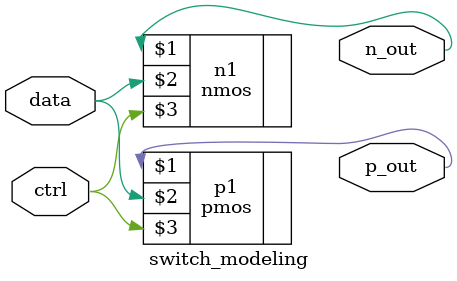
<source format=v>
module switch_modeling(p_out,n_out,data,ctrl);
  input data,ctrl;
  output p_out,n_out;
  pmos p1(p_out,data,ctrl);
  nmos n1(n_out,data,ctrl);
endmodule

</source>
